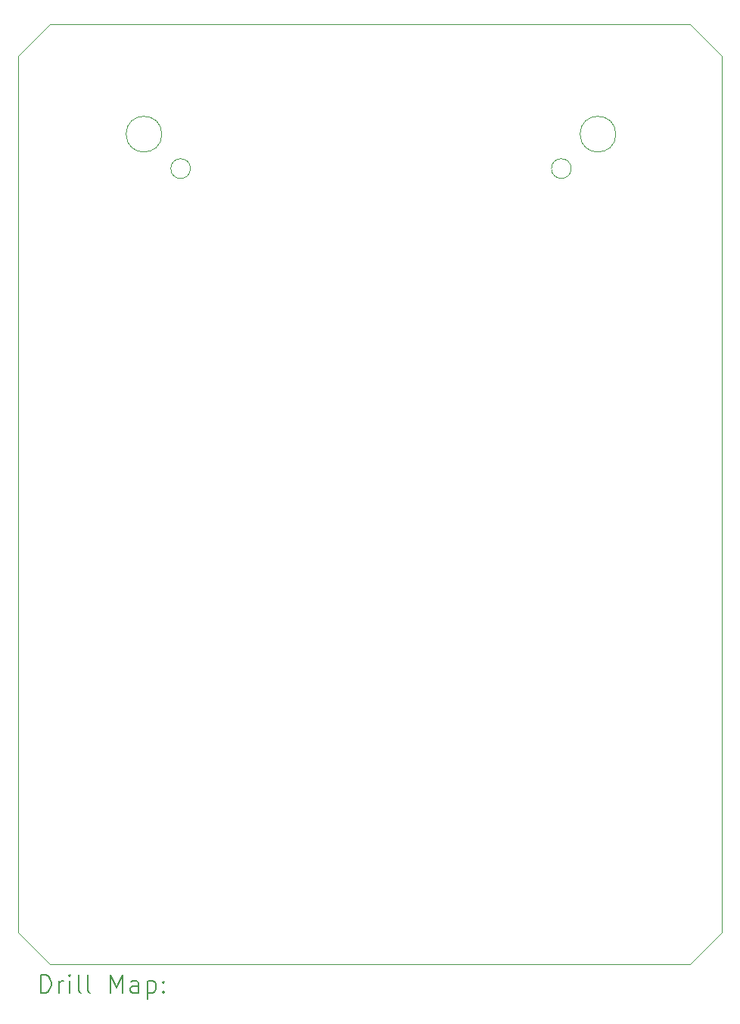
<source format=gbr>
%TF.GenerationSoftware,KiCad,Pcbnew,8.0.5*%
%TF.CreationDate,2024-11-12T15:32:16+01:00*%
%TF.ProjectId,Core4GPZ_rev0-1,436f7265-3447-4505-9a5f-726576302d31,rev?*%
%TF.SameCoordinates,Original*%
%TF.FileFunction,Drillmap*%
%TF.FilePolarity,Positive*%
%FSLAX45Y45*%
G04 Gerber Fmt 4.5, Leading zero omitted, Abs format (unit mm)*
G04 Created by KiCad (PCBNEW 8.0.5) date 2024-11-12 15:32:16*
%MOMM*%
%LPD*%
G01*
G04 APERTURE LIST*
%ADD10C,0.100000*%
%ADD11C,0.120000*%
%ADD12C,0.200000*%
G04 APERTURE END LIST*
D10*
X15621500Y-14033500D02*
X15265900Y-14389100D01*
X8103100Y-3873500D02*
X15265900Y-3873500D01*
X8103100Y-3873500D02*
X7747500Y-4229100D01*
X15265900Y-14389100D02*
X8103100Y-14389100D01*
X7747500Y-14033500D02*
X8103100Y-14389100D01*
X7747500Y-4229100D02*
X7747500Y-14033500D01*
X15265900Y-3873500D02*
X15621500Y-4229100D01*
X15621500Y-4229100D02*
X15621500Y-14033500D01*
D11*
X14436300Y-5100500D02*
G75*
G02*
X14036300Y-5100500I-200000J0D01*
G01*
X14036300Y-5100500D02*
G75*
G02*
X14436300Y-5100500I200000J0D01*
G01*
X13936300Y-5485500D02*
G75*
G02*
X13716300Y-5485500I-110000J0D01*
G01*
X13716300Y-5485500D02*
G75*
G02*
X13936300Y-5485500I110000J0D01*
G01*
X9676300Y-5485500D02*
G75*
G02*
X9456300Y-5485500I-110000J0D01*
G01*
X9456300Y-5485500D02*
G75*
G02*
X9676300Y-5485500I110000J0D01*
G01*
X9356300Y-5100500D02*
G75*
G02*
X8956300Y-5100500I-200000J0D01*
G01*
X8956300Y-5100500D02*
G75*
G02*
X9356300Y-5100500I200000J0D01*
G01*
D12*
X8003277Y-14705584D02*
X8003277Y-14505584D01*
X8003277Y-14505584D02*
X8050896Y-14505584D01*
X8050896Y-14505584D02*
X8079467Y-14515108D01*
X8079467Y-14515108D02*
X8098515Y-14534155D01*
X8098515Y-14534155D02*
X8108039Y-14553203D01*
X8108039Y-14553203D02*
X8117562Y-14591298D01*
X8117562Y-14591298D02*
X8117562Y-14619869D01*
X8117562Y-14619869D02*
X8108039Y-14657965D01*
X8108039Y-14657965D02*
X8098515Y-14677012D01*
X8098515Y-14677012D02*
X8079467Y-14696060D01*
X8079467Y-14696060D02*
X8050896Y-14705584D01*
X8050896Y-14705584D02*
X8003277Y-14705584D01*
X8203277Y-14705584D02*
X8203277Y-14572250D01*
X8203277Y-14610346D02*
X8212801Y-14591298D01*
X8212801Y-14591298D02*
X8222324Y-14581774D01*
X8222324Y-14581774D02*
X8241372Y-14572250D01*
X8241372Y-14572250D02*
X8260420Y-14572250D01*
X8327086Y-14705584D02*
X8327086Y-14572250D01*
X8327086Y-14505584D02*
X8317562Y-14515108D01*
X8317562Y-14515108D02*
X8327086Y-14524631D01*
X8327086Y-14524631D02*
X8336610Y-14515108D01*
X8336610Y-14515108D02*
X8327086Y-14505584D01*
X8327086Y-14505584D02*
X8327086Y-14524631D01*
X8450896Y-14705584D02*
X8431848Y-14696060D01*
X8431848Y-14696060D02*
X8422324Y-14677012D01*
X8422324Y-14677012D02*
X8422324Y-14505584D01*
X8555658Y-14705584D02*
X8536610Y-14696060D01*
X8536610Y-14696060D02*
X8527086Y-14677012D01*
X8527086Y-14677012D02*
X8527086Y-14505584D01*
X8784229Y-14705584D02*
X8784229Y-14505584D01*
X8784229Y-14505584D02*
X8850896Y-14648441D01*
X8850896Y-14648441D02*
X8917563Y-14505584D01*
X8917563Y-14505584D02*
X8917563Y-14705584D01*
X9098515Y-14705584D02*
X9098515Y-14600822D01*
X9098515Y-14600822D02*
X9088991Y-14581774D01*
X9088991Y-14581774D02*
X9069944Y-14572250D01*
X9069944Y-14572250D02*
X9031848Y-14572250D01*
X9031848Y-14572250D02*
X9012801Y-14581774D01*
X9098515Y-14696060D02*
X9079467Y-14705584D01*
X9079467Y-14705584D02*
X9031848Y-14705584D01*
X9031848Y-14705584D02*
X9012801Y-14696060D01*
X9012801Y-14696060D02*
X9003277Y-14677012D01*
X9003277Y-14677012D02*
X9003277Y-14657965D01*
X9003277Y-14657965D02*
X9012801Y-14638917D01*
X9012801Y-14638917D02*
X9031848Y-14629393D01*
X9031848Y-14629393D02*
X9079467Y-14629393D01*
X9079467Y-14629393D02*
X9098515Y-14619869D01*
X9193753Y-14572250D02*
X9193753Y-14772250D01*
X9193753Y-14581774D02*
X9212801Y-14572250D01*
X9212801Y-14572250D02*
X9250896Y-14572250D01*
X9250896Y-14572250D02*
X9269944Y-14581774D01*
X9269944Y-14581774D02*
X9279467Y-14591298D01*
X9279467Y-14591298D02*
X9288991Y-14610346D01*
X9288991Y-14610346D02*
X9288991Y-14667488D01*
X9288991Y-14667488D02*
X9279467Y-14686536D01*
X9279467Y-14686536D02*
X9269944Y-14696060D01*
X9269944Y-14696060D02*
X9250896Y-14705584D01*
X9250896Y-14705584D02*
X9212801Y-14705584D01*
X9212801Y-14705584D02*
X9193753Y-14696060D01*
X9374705Y-14686536D02*
X9384229Y-14696060D01*
X9384229Y-14696060D02*
X9374705Y-14705584D01*
X9374705Y-14705584D02*
X9365182Y-14696060D01*
X9365182Y-14696060D02*
X9374705Y-14686536D01*
X9374705Y-14686536D02*
X9374705Y-14705584D01*
X9374705Y-14581774D02*
X9384229Y-14591298D01*
X9384229Y-14591298D02*
X9374705Y-14600822D01*
X9374705Y-14600822D02*
X9365182Y-14591298D01*
X9365182Y-14591298D02*
X9374705Y-14581774D01*
X9374705Y-14581774D02*
X9374705Y-14600822D01*
M02*

</source>
